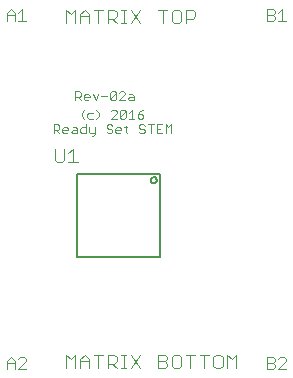
<source format=gto>
G75*
%MOIN*%
%OFA0B0*%
%FSLAX25Y25*%
%IPPOS*%
%LPD*%
%AMOC8*
5,1,8,0,0,1.08239X$1,22.5*
%
%ADD10C,0.00400*%
%ADD11C,0.00300*%
%ADD12C,0.00500*%
D10*
X0037040Y0003200D02*
X0037040Y0007804D01*
X0038575Y0006269D01*
X0040109Y0007804D01*
X0040109Y0003200D01*
X0041644Y0003200D02*
X0041644Y0006269D01*
X0043178Y0007804D01*
X0044713Y0006269D01*
X0044713Y0003200D01*
X0044713Y0005502D02*
X0041644Y0005502D01*
X0046248Y0007804D02*
X0049317Y0007804D01*
X0047782Y0007804D02*
X0047782Y0003200D01*
X0050852Y0003200D02*
X0050852Y0007804D01*
X0053154Y0007804D01*
X0053921Y0007037D01*
X0053921Y0005502D01*
X0053154Y0004735D01*
X0050852Y0004735D01*
X0052386Y0004735D02*
X0053921Y0003200D01*
X0055456Y0003200D02*
X0056990Y0003200D01*
X0056223Y0003200D02*
X0056223Y0007804D01*
X0055456Y0007804D02*
X0056990Y0007804D01*
X0058525Y0007804D02*
X0061594Y0003200D01*
X0058525Y0003200D02*
X0061594Y0007804D01*
X0067733Y0007804D02*
X0067733Y0003200D01*
X0070035Y0003200D01*
X0070802Y0003967D01*
X0070802Y0004735D01*
X0070035Y0005502D01*
X0067733Y0005502D01*
X0070035Y0005502D02*
X0070802Y0006269D01*
X0070802Y0007037D01*
X0070035Y0007804D01*
X0067733Y0007804D01*
X0072337Y0007037D02*
X0072337Y0003967D01*
X0073104Y0003200D01*
X0074639Y0003200D01*
X0075406Y0003967D01*
X0075406Y0007037D01*
X0074639Y0007804D01*
X0073104Y0007804D01*
X0072337Y0007037D01*
X0076941Y0007804D02*
X0080010Y0007804D01*
X0078475Y0007804D02*
X0078475Y0003200D01*
X0083079Y0003200D02*
X0083079Y0007804D01*
X0081544Y0007804D02*
X0084614Y0007804D01*
X0086148Y0007037D02*
X0086148Y0003967D01*
X0086916Y0003200D01*
X0088450Y0003200D01*
X0089218Y0003967D01*
X0089218Y0007037D01*
X0088450Y0007804D01*
X0086916Y0007804D01*
X0086148Y0007037D01*
X0090752Y0007804D02*
X0090752Y0003200D01*
X0093822Y0003200D02*
X0093822Y0007804D01*
X0092287Y0006269D01*
X0090752Y0007804D01*
X0040894Y0071877D02*
X0037825Y0071877D01*
X0039360Y0071877D02*
X0039360Y0076481D01*
X0037825Y0074946D01*
X0036290Y0076481D02*
X0036290Y0072644D01*
X0035523Y0071877D01*
X0033988Y0071877D01*
X0033221Y0072644D01*
X0033221Y0076481D01*
X0037040Y0118200D02*
X0037040Y0122804D01*
X0038575Y0121269D01*
X0040109Y0122804D01*
X0040109Y0118200D01*
X0041644Y0118200D02*
X0041644Y0121269D01*
X0043178Y0122804D01*
X0044713Y0121269D01*
X0044713Y0118200D01*
X0044713Y0120502D02*
X0041644Y0120502D01*
X0046248Y0122804D02*
X0049317Y0122804D01*
X0047782Y0122804D02*
X0047782Y0118200D01*
X0050852Y0118200D02*
X0050852Y0122804D01*
X0053154Y0122804D01*
X0053921Y0122037D01*
X0053921Y0120502D01*
X0053154Y0119735D01*
X0050852Y0119735D01*
X0052386Y0119735D02*
X0053921Y0118200D01*
X0055456Y0118200D02*
X0056990Y0118200D01*
X0056223Y0118200D02*
X0056223Y0122804D01*
X0055456Y0122804D02*
X0056990Y0122804D01*
X0058525Y0122804D02*
X0061594Y0118200D01*
X0058525Y0118200D02*
X0061594Y0122804D01*
X0067733Y0122804D02*
X0070802Y0122804D01*
X0069267Y0122804D02*
X0069267Y0118200D01*
X0072337Y0118967D02*
X0073104Y0118200D01*
X0074639Y0118200D01*
X0075406Y0118967D01*
X0075406Y0122037D01*
X0074639Y0122804D01*
X0073104Y0122804D01*
X0072337Y0122037D01*
X0072337Y0118967D01*
X0076941Y0118200D02*
X0076941Y0122804D01*
X0079243Y0122804D01*
X0080010Y0122037D01*
X0080010Y0120502D01*
X0079243Y0119735D01*
X0076941Y0119735D01*
D11*
X0017490Y0005619D02*
X0017490Y0003150D01*
X0017490Y0005002D02*
X0019959Y0005002D01*
X0019959Y0005619D02*
X0019959Y0003150D01*
X0021173Y0003150D02*
X0023642Y0005619D01*
X0023642Y0006236D01*
X0023025Y0006853D01*
X0021790Y0006853D01*
X0021173Y0006236D01*
X0019959Y0005619D02*
X0018724Y0006853D01*
X0017490Y0005619D01*
X0021173Y0003150D02*
X0023642Y0003150D01*
X0032855Y0081650D02*
X0032855Y0084552D01*
X0034307Y0084552D01*
X0034790Y0084069D01*
X0034790Y0083101D01*
X0034307Y0082617D01*
X0032855Y0082617D01*
X0033823Y0082617D02*
X0034790Y0081650D01*
X0035802Y0082134D02*
X0035802Y0083101D01*
X0036286Y0083585D01*
X0037253Y0083585D01*
X0037737Y0083101D01*
X0037737Y0082617D01*
X0035802Y0082617D01*
X0035802Y0082134D02*
X0036286Y0081650D01*
X0037253Y0081650D01*
X0038748Y0082134D02*
X0039232Y0082617D01*
X0040683Y0082617D01*
X0040683Y0083101D02*
X0040683Y0081650D01*
X0039232Y0081650D01*
X0038748Y0082134D01*
X0039232Y0083585D02*
X0040200Y0083585D01*
X0040683Y0083101D01*
X0041695Y0083101D02*
X0042179Y0083585D01*
X0043630Y0083585D01*
X0043630Y0084552D02*
X0043630Y0081650D01*
X0042179Y0081650D01*
X0041695Y0082134D01*
X0041695Y0083101D01*
X0044641Y0083585D02*
X0044641Y0082134D01*
X0045125Y0081650D01*
X0046576Y0081650D01*
X0046576Y0081166D02*
X0046093Y0080683D01*
X0045609Y0080683D01*
X0046576Y0081166D02*
X0046576Y0083585D01*
X0046085Y0086450D02*
X0044634Y0086450D01*
X0044150Y0086934D01*
X0044150Y0087901D01*
X0044634Y0088385D01*
X0046085Y0088385D01*
X0047097Y0089352D02*
X0048064Y0088385D01*
X0048064Y0087417D01*
X0047097Y0086450D01*
X0043153Y0086450D02*
X0042186Y0087417D01*
X0042186Y0088385D01*
X0043153Y0089352D01*
X0043420Y0092650D02*
X0042936Y0093134D01*
X0042936Y0094101D01*
X0043420Y0094585D01*
X0044388Y0094585D01*
X0044871Y0094101D01*
X0044871Y0093617D01*
X0042936Y0093617D01*
X0043420Y0092650D02*
X0044388Y0092650D01*
X0045883Y0094585D02*
X0046850Y0092650D01*
X0047818Y0094585D01*
X0048829Y0094101D02*
X0050764Y0094101D01*
X0051776Y0093134D02*
X0053711Y0095069D01*
X0053711Y0093134D01*
X0053227Y0092650D01*
X0052260Y0092650D01*
X0051776Y0093134D01*
X0051776Y0095069D01*
X0052260Y0095552D01*
X0053227Y0095552D01*
X0053711Y0095069D01*
X0054722Y0095069D02*
X0055206Y0095552D01*
X0056174Y0095552D01*
X0056657Y0095069D01*
X0056657Y0094585D01*
X0054722Y0092650D01*
X0056657Y0092650D01*
X0057669Y0093134D02*
X0058153Y0093617D01*
X0059604Y0093617D01*
X0059604Y0094101D02*
X0059604Y0092650D01*
X0058153Y0092650D01*
X0057669Y0093134D01*
X0059120Y0094585D02*
X0059604Y0094101D01*
X0059120Y0094585D02*
X0058153Y0094585D01*
X0058868Y0089352D02*
X0057901Y0088385D01*
X0056889Y0088869D02*
X0054954Y0086934D01*
X0055438Y0086450D01*
X0056405Y0086450D01*
X0056889Y0086934D01*
X0056889Y0088869D01*
X0056405Y0089352D01*
X0055438Y0089352D01*
X0054954Y0088869D01*
X0054954Y0086934D01*
X0053943Y0086450D02*
X0052008Y0086450D01*
X0053943Y0088385D01*
X0053943Y0088869D01*
X0053459Y0089352D01*
X0052491Y0089352D01*
X0052008Y0088869D01*
X0051986Y0084552D02*
X0051018Y0084552D01*
X0050534Y0084069D01*
X0050534Y0083585D01*
X0051018Y0083101D01*
X0051986Y0083101D01*
X0052469Y0082617D01*
X0052469Y0082134D01*
X0051986Y0081650D01*
X0051018Y0081650D01*
X0050534Y0082134D01*
X0052469Y0084069D02*
X0051986Y0084552D01*
X0053481Y0083101D02*
X0053965Y0083585D01*
X0054932Y0083585D01*
X0055416Y0083101D01*
X0055416Y0082617D01*
X0053481Y0082617D01*
X0053481Y0082134D02*
X0053481Y0083101D01*
X0053481Y0082134D02*
X0053965Y0081650D01*
X0054932Y0081650D01*
X0056911Y0082134D02*
X0057395Y0081650D01*
X0056911Y0082134D02*
X0056911Y0084069D01*
X0056427Y0083585D02*
X0057395Y0083585D01*
X0057901Y0086450D02*
X0059836Y0086450D01*
X0058868Y0086450D02*
X0058868Y0089352D01*
X0060847Y0087901D02*
X0062298Y0087901D01*
X0062782Y0087417D01*
X0062782Y0086934D01*
X0062298Y0086450D01*
X0061331Y0086450D01*
X0060847Y0086934D01*
X0060847Y0087901D01*
X0061815Y0088869D01*
X0062782Y0089352D01*
X0062790Y0084552D02*
X0061822Y0084552D01*
X0061338Y0084069D01*
X0061338Y0083585D01*
X0061822Y0083101D01*
X0062790Y0083101D01*
X0063273Y0082617D01*
X0063273Y0082134D01*
X0062790Y0081650D01*
X0061822Y0081650D01*
X0061338Y0082134D01*
X0063273Y0084069D02*
X0062790Y0084552D01*
X0064285Y0084552D02*
X0066220Y0084552D01*
X0065252Y0084552D02*
X0065252Y0081650D01*
X0067231Y0081650D02*
X0069166Y0081650D01*
X0070178Y0081650D02*
X0070178Y0084552D01*
X0071145Y0083585D01*
X0072113Y0084552D01*
X0072113Y0081650D01*
X0069166Y0084552D02*
X0067231Y0084552D01*
X0067231Y0081650D01*
X0067231Y0083101D02*
X0068199Y0083101D01*
X0041925Y0092650D02*
X0040957Y0093617D01*
X0041441Y0093617D02*
X0039990Y0093617D01*
X0039990Y0092650D02*
X0039990Y0095552D01*
X0041441Y0095552D01*
X0041925Y0095069D01*
X0041925Y0094101D01*
X0041441Y0093617D01*
X0023642Y0119150D02*
X0021173Y0119150D01*
X0019959Y0119150D02*
X0019959Y0121619D01*
X0018724Y0122853D01*
X0017490Y0121619D01*
X0017490Y0119150D01*
X0017490Y0121002D02*
X0019959Y0121002D01*
X0021173Y0121619D02*
X0022407Y0122853D01*
X0022407Y0119150D01*
X0104124Y0119150D02*
X0105975Y0119150D01*
X0106592Y0119767D01*
X0106592Y0120384D01*
X0105975Y0121002D01*
X0104124Y0121002D01*
X0104124Y0122853D02*
X0105975Y0122853D01*
X0106592Y0122236D01*
X0106592Y0121619D01*
X0105975Y0121002D01*
X0107807Y0121619D02*
X0109041Y0122853D01*
X0109041Y0119150D01*
X0107807Y0119150D02*
X0110276Y0119150D01*
X0104124Y0119150D02*
X0104124Y0122853D01*
X0104124Y0006853D02*
X0105975Y0006853D01*
X0106592Y0006236D01*
X0106592Y0005619D01*
X0105975Y0005002D01*
X0104124Y0005002D01*
X0104124Y0006853D02*
X0104124Y0003150D01*
X0105975Y0003150D01*
X0106592Y0003767D01*
X0106592Y0004384D01*
X0105975Y0005002D01*
X0107807Y0006236D02*
X0108424Y0006853D01*
X0109658Y0006853D01*
X0110276Y0006236D01*
X0110276Y0005619D01*
X0107807Y0003150D01*
X0110276Y0003150D01*
D12*
X0068301Y0040398D02*
X0040741Y0040398D01*
X0040741Y0067957D01*
X0068301Y0067957D01*
X0068301Y0040398D01*
X0065348Y0065988D02*
X0065350Y0066050D01*
X0065356Y0066113D01*
X0065366Y0066174D01*
X0065380Y0066235D01*
X0065397Y0066295D01*
X0065418Y0066354D01*
X0065444Y0066411D01*
X0065472Y0066466D01*
X0065504Y0066520D01*
X0065540Y0066571D01*
X0065578Y0066621D01*
X0065620Y0066667D01*
X0065664Y0066711D01*
X0065712Y0066752D01*
X0065761Y0066790D01*
X0065813Y0066824D01*
X0065867Y0066855D01*
X0065923Y0066883D01*
X0065981Y0066907D01*
X0066040Y0066928D01*
X0066100Y0066944D01*
X0066161Y0066957D01*
X0066223Y0066966D01*
X0066285Y0066971D01*
X0066348Y0066972D01*
X0066410Y0066969D01*
X0066472Y0066962D01*
X0066534Y0066951D01*
X0066594Y0066936D01*
X0066654Y0066918D01*
X0066712Y0066896D01*
X0066769Y0066870D01*
X0066824Y0066840D01*
X0066877Y0066807D01*
X0066928Y0066771D01*
X0066976Y0066732D01*
X0067022Y0066689D01*
X0067065Y0066644D01*
X0067105Y0066596D01*
X0067142Y0066546D01*
X0067176Y0066493D01*
X0067207Y0066439D01*
X0067233Y0066383D01*
X0067257Y0066325D01*
X0067276Y0066265D01*
X0067292Y0066205D01*
X0067304Y0066143D01*
X0067312Y0066082D01*
X0067316Y0066019D01*
X0067316Y0065957D01*
X0067312Y0065894D01*
X0067304Y0065833D01*
X0067292Y0065771D01*
X0067276Y0065711D01*
X0067257Y0065651D01*
X0067233Y0065593D01*
X0067207Y0065537D01*
X0067176Y0065483D01*
X0067142Y0065430D01*
X0067105Y0065380D01*
X0067065Y0065332D01*
X0067022Y0065287D01*
X0066976Y0065244D01*
X0066928Y0065205D01*
X0066877Y0065169D01*
X0066824Y0065136D01*
X0066769Y0065106D01*
X0066712Y0065080D01*
X0066654Y0065058D01*
X0066594Y0065040D01*
X0066534Y0065025D01*
X0066472Y0065014D01*
X0066410Y0065007D01*
X0066348Y0065004D01*
X0066285Y0065005D01*
X0066223Y0065010D01*
X0066161Y0065019D01*
X0066100Y0065032D01*
X0066040Y0065048D01*
X0065981Y0065069D01*
X0065923Y0065093D01*
X0065867Y0065121D01*
X0065813Y0065152D01*
X0065761Y0065186D01*
X0065712Y0065224D01*
X0065664Y0065265D01*
X0065620Y0065309D01*
X0065578Y0065355D01*
X0065540Y0065405D01*
X0065504Y0065456D01*
X0065472Y0065510D01*
X0065444Y0065565D01*
X0065418Y0065622D01*
X0065397Y0065681D01*
X0065380Y0065741D01*
X0065366Y0065802D01*
X0065356Y0065863D01*
X0065350Y0065926D01*
X0065348Y0065988D01*
M02*

</source>
